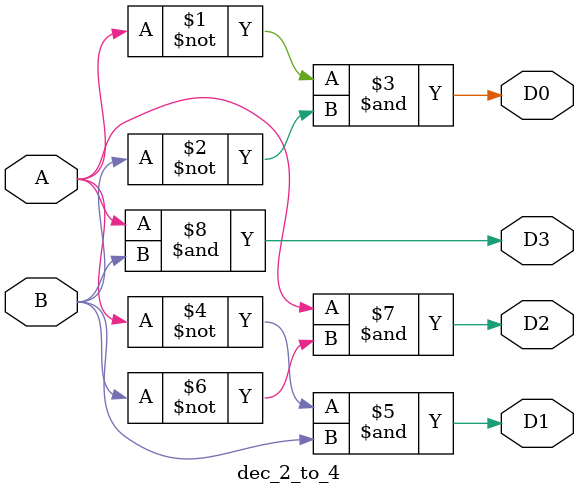
<source format=v>
`timescale 1ns/1ps

module dec_2_to_4(
    input A, 
    input B,

    output D0,
    output D1,
    output D2,
    output D3
);

assign D0 = (~A) & (~B);
assign D1 = (~A) & B;
assign D2 = A & (~B);
assign D3 = A & B;

endmodule
</source>
